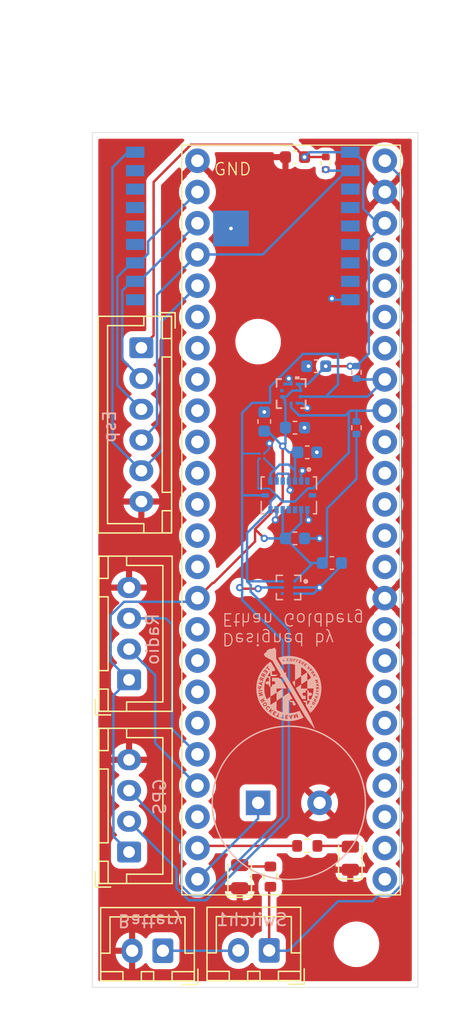
<source format=kicad_pcb>
(kicad_pcb (version 20241229) (generator "pcbnew") (generator_version "9.0")
  (layers (0 "F.Cu" signal) (2 "B.Cu" signal) (13 "F.Paste" user) (15 "B.Paste" user) (5 "F.SilkS" user "F.Silkscreen") (7 "B.SilkS" user "B.Silkscreen") (1 "F.Mask" user) (3 "B.Mask" user) (25 "Edge.Cuts" user))
  (net 0 "")
  (net 1 "Net-(BZ1-+)")
  (net 2 "GND")
  (net 3 "+3.3V")
  (net 4 "Net-(D1-A)")
  (net 5 "Net-(D2-A)")
  (net 6 "/RX2")
  (net 7 "/<NO NET>")
  (net 8 "Net-(J2-Pin_2)")
  (net 9 "SDA")
  (net 10 "SCL")
  (net 11 "/EN")
  (net 12 "/IO0")
  (net 13 "/TX1")
  (net 14 "/RX1")
  (net 66 "Net-(J2-Pin_1)")
  (net 67 "Net-(R4-Pad2)")
  (footprint "Connector_JST:JST_XH_B6B-XH-A_1x06_P2.50mm_Vertical" (layer "F.Cu") (at 84.5 52.5 -90)
    (property "Reference" "J5" (hide yes))
    (property "Value" "Conn_01x06" (hide yes))
    (pad "1" thru_hole roundrect (at 0 0 270) (size 1.7 1.95) (drill 0.95) (layers "*.Cu" "*.Mask") (roundrect_rratio 0.147059) (net 3 "+3.3V"))
    (pad "2" thru_hole oval (at 2.5 0 270) (size 1.7 1.95) (drill 0.95) (layers "*.Cu" "*.Mask") (net 13 "/TX1"))
    (pad "3" thru_hole oval (at 5 0 270) (size 1.7 1.95) (drill 0.95) (layers "*.Cu" "*.Mask") (net 14 "/RX1"))
    (pad "4" thru_hole oval (at 7.5 0 270) (size 1.7 1.95) (drill 0.95) (layers "*.Cu" "*.Mask") (net 11 "/EN"))
    (pad "5" thru_hole oval (at 10 0 270) (size 1.7 1.95) (drill 0.95) (layers "*.Cu" "*.Mask") (net 12 "/IO0"))
    (pad "6" thru_hole oval (at 12.5 0 270) (size 1.7 1.95) (drill 0.95) (layers "*.Cu" "*.Mask") (net 2 "GND"))
  )
  (footprint "MountingHole:MountingHole_3.2mm_M3" (layer "F.Cu") (at 102 101)
    (property "Reference" "H2" (hide yes))
    (property "Value" "MountingHole" (hide yes))
    (pad "" np_thru_hole circle (at 0 0) (size 3.2 3.2) (drill 3.2) (layers "*.Cu" "*.Mask"))
  )
  (footprint "Resistor_SMD:R_0603_1608Metric" (layer "F.Cu") (at 95 95.5 -90)
    (property "Reference" "R5" (hide yes))
    (property "Value" "560" (hide yes))
    (pad "1" smd roundrect (at -0.825 0 270) (size 0.8 0.95) (layers "F.Cu" "F.Mask" "F.Paste") (net 4 "Net-(D1-A)"))
    (pad "2" smd roundrect (at 0.825 0 270) (size 0.8 0.95) (layers "F.Cu" "F.Mask" "F.Paste") (net 66 "Net-(J2-Pin_1)"))
  )
  (footprint "MountingHole:MountingHole_3.2mm_M3" (layer "F.Cu") (at 94 52)
    (property "Reference" "H1" (hide yes))
    (property "Value" "MountingHole" (hide yes))
    (pad "" np_thru_hole circle (at 0 0) (size 3.2 3.2) (drill 3.2) (layers "*.Cu" "*.Mask"))
  )
  (footprint "Connector_JST:JST_XH_B2B-XH-A_1x02_P2.50mm_Vertical" (layer "F.Cu") (at 94.9 101.5 180)
    (property "Reference" "J2" (hide yes))
    (property "Value" "Switch1" (at 1.4 2.5 0) (layer "B.SilkS") (effects (justify mirror)))
    (pad "1" thru_hole roundrect (at 0 0 180) (size 1.7 2) (drill 1) (layers "*.Cu" "*.Mask") (roundrect_rratio 0.147059) (net 66 "Net-(J2-Pin_1)"))
    (pad "2" thru_hole oval (at 2.5 0 180) (size 1.7 2) (drill 1) (layers "*.Cu" "*.Mask") (net 8 "Net-(J2-Pin_2)"))
  )
  (footprint "Connector_JST:JST_XH_B2B-XH-A_1x02_P2.50mm_Vertical" (layer "F.Cu") (at 86.25 101.525 180)
    (property "Reference" "J4" (hide yes))
    (property "Value" "Battery1" (hide yes))
    (pad "1" thru_hole roundrect (at 0 0 180) (size 1.7 2) (drill 1) (layers "*.Cu" "*.Mask") (roundrect_rratio 0.147059) (net 8 "Net-(J2-Pin_2)"))
    (pad "2" thru_hole oval (at 2.5 0 180) (size 1.7 2) (drill 1) (layers "*.Cu" "*.Mask") (net 2 "GND"))
  )
  (footprint "LED_SMD:LED_0805_2012Metric" (layer "F.Cu") (at 92.5 95.5 90)
    (property "Reference" "D1" (hide yes))
    (property "Value" "LED" (hide yes))
    (pad "1" smd roundrect (at -0.9375 0 90) (size 0.975 1.4) (layers "F.Cu" "F.Mask" "F.Paste") (net 2 "GND"))
    (pad "2" smd roundrect (at 0.9375 0 90) (size 0.975 1.4) (layers "F.Cu" "F.Mask" "F.Paste") (net 4 "Net-(D1-A)"))
  )
  (footprint "Connector_JST:JST_XH_B4B-XH-A_1x04_P2.50mm_Vertical" (layer "F.Cu") (at 83.5 93.5 90)
    (property "Reference" "J3" (hide yes))
    (property "Value" "GPS" (at 4.5 2.5 270) (layer "B.SilkS") (effects (justify mirror)))
    (pad "1" thru_hole roundrect (at 0 0 90) (size 1.7 1.95) (drill 0.95) (layers "*.Cu" "*.Mask") (roundrect_rratio 0.147059) (net 3 "+3.3V"))
    (pad "2" thru_hole oval (at 2.5 0 90) (size 1.7 1.95) (drill 0.95) (layers "*.Cu" "*.Mask") (net 9 "SDA"))
    (pad "3" thru_hole oval (at 5 0 90) (size 1.7 1.95) (drill 0.95) (layers "*.Cu" "*.Mask") (net 10 "SCL"))
    (pad "4" thru_hole oval (at 7.5 0 90) (size 1.7 1.95) (drill 0.95) (layers "*.Cu" "*.Mask") (net 2 "GND"))
  )
  (footprint "Resistor_SMD:R_0402_1005Metric" (layer "F.Cu") (at 99.5 37.5 90)
    (property "Reference" "R3" (hide yes))
    (property "Value" "5.1K" (hide yes))
    (pad "1" smd roundrect (at -0.51 0 90) (size 0.54 0.64) (layers "F.Cu" "F.Mask" "F.Paste") (net 11 "/EN"))
    (pad "2" smd roundrect (at 0.51 0 90) (size 0.54 0.64) (layers "F.Cu" "F.Mask" "F.Paste") (net 3 "+3.3V"))
  )
  (footprint "Capacitor_SMD:C_0603_1608Metric" (layer "F.Cu") (at 97 37)
    (property "Reference" "C1" (hide yes))
    (property "Value" "100nf" (hide yes))
    (pad "1" smd roundrect (at -0.775 0) (size 0.9 0.95) (layers "F.Cu" "F.Mask" "F.Paste") (net 2 "GND"))
    (pad "2" smd roundrect (at 0.775 0) (size 0.9 0.95) (layers "F.Cu" "F.Mask" "F.Paste") (net 3 "+3.3V"))
  )
  (footprint "LED_SMD:LED_0805_2012Metric" (layer "F.Cu") (at 101.5 94 90)
    (property "Reference" "D2" (hide yes))
    (property "Value" "LED" (hide yes))
    (pad "1" smd roundrect (at -0.9375 0 90) (size 0.975 1.4) (layers "F.Cu" "F.Mask" "F.Paste") (net 2 "GND"))
    (pad "2" smd roundrect (at 0.9375 0 90) (size 0.975 1.4) (layers "F.Cu" "F.Mask" "F.Paste") (net 5 "Net-(D2-A)"))
  )
  (footprint "Resistor_SMD:R_0603_1608Metric" (layer "F.Cu") (at 98 93 180)
    (property "Reference" "R4" (hide yes))
    (property "Value" "560" (hide yes))
    (pad "1" smd roundrect (at -0.825 0 180) (size 0.8 0.95) (layers "F.Cu" "F.Mask" "F.Paste") (net 5 "Net-(D2-A)"))
    (pad "2" smd roundrect (at 0.825 0 180) (size 0.8 0.95) (layers "F.Cu" "F.Mask" "F.Paste") (net 67 "Net-(R4-Pad2)"))
  )
  (footprint "footprint:teensy" (layer "F.Cu") (at 96.685 66.505)
    (property "Reference" "Teensy4.1" (hide yes))
    (property "Value" "~" (hide yes))
    (fp_text user "GND" (at -6.35 -27.94 0) (layer "F.SilkS") (effects (font (thickness 0.1)) (justify left bottom)))
    (pad "0" thru_hole circle (at -7.62 -26.67) (size 2 2) (drill 1.02) (layers "*.Cu" "*.Mask") (net 14 "/RX1"))
    (pad "1" thru_hole circle (at -7.62 -24.13) (size 2 2) (drill 1.02) (layers "*.Cu" "*.Mask") (net 13 "/TX1"))
    (pad "2" thru_hole circle (at -7.62 -21.59) (size 2 2) (drill 1.02) (layers "*.Cu" "*.Mask") (net 11 "/EN"))
    (pad "3" thru_hole circle (at -7.62 -19.05) (size 2 2) (drill 1.02) (layers "*.Cu" "*.Mask") (net 12 "/IO0"))
    (pad "3V" thru_hole circle (at -7.62 6.35) (size 2 2) (drill 1.02) (layers "*.Cu" "*.Mask") (net 3 "+3.3V"))
    (pad "3V1" thru_hole circle (at 7.62 -24.13) (size 2 2) (drill 1.02) (layers "*.Cu" "*.Mask") (net 3 "+3.3V"))
    (pad "4" thru_hole circle (at -7.62 -16.51) (size 2 2) (drill 1.02) (layers "*.Cu" "*.Mask"))
    (pad "5" thru_hole circle (at -7.62 -13.97) (size 2 2) (drill 1.02) (layers "*.Cu" "*.Mask"))
    (pad "5V" thru_hole circle (at 7.62 -29.21) (size 2 2) (drill 1.02) (layers "*.Cu" "*.Mask") (net 66 "Net-(J2-Pin_1)"))
    (pad "6" thru_hole circle (at -7.62 -11.43) (size 2 2) (drill 1.02) (layers "*.Cu" "*.Mask"))
    (pad "7" thru_hole circle (at -7.62 -8.89) (size 2 2) (drill 1.02) (layers "*.Cu" "*.Mask"))
    (pad "8" thru_hole circle (at -7.62 -6.35) (size 2 2) (drill 1.02) (layers "*.Cu" "*.Mask"))
    (pad "9" thru_hole circle (at -7.62 -3.81) (size 2 2) (drill 1.02) (layers "*.Cu" "*.Mask"))
    (pad "10" thru_hole circle (at -7.62 -1.27) (size 2 2) (drill 1.02) (layers "*.Cu" "*.Mask"))
    (pad "11" thru_hole circle (at -7.62 1.27) (size 2 2) (drill 1.02) (layers "*.Cu" "*.Mask"))
    (pad "12" thru_hole circle (at -7.62 3.81) (size 2 2) (drill 1.02) (layers "*.Cu" "*.Mask"))
    (pad "13" thru_hole circle (at 7.62 3.81) (size 2 2) (drill 1.02) (layers "*.Cu" "*.Mask"))
    (pad "14" thru_hole circle (at 7.62 1.27) (size 2 2) (drill 1.02) (layers "*.Cu" "*.Mask"))
    (pad "15" thru_hole circle (at 7.62 -1.27) (size 2 2) (drill 1.02) (layers "*.Cu" "*.Mask"))
    (pad "16" thru_hole circle (at 7.62 -3.81) (size 2 2) (drill 1.02) (layers "*.Cu" "*.Mask"))
    (pad "17" thru_hole circle (at 7.62 -6.35) (size 2 2) (drill 1.02) (layers "*.Cu" "*.Mask"))
    (pad "18" thru_hole circle (at 7.62 -8.89) (size 2 2) (drill 1.02) (layers "*.Cu" "*.Mask") (net 9 "SDA"))
    (pad "19" thru_hole circle (at 7.62 -11.43) (size 2 2) (drill 1.02) (layers "*.Cu" "*.Mask") (net 10 "SCL"))
    (pad "20" thru_hole circle (at 7.62 -13.97) (size 2 2) (drill 1.02) (layers "*.Cu" "*.Mask"))
    (pad "21" thru_hole circle (at 7.62 -16.51) (size 2 2) (drill 1.02) (layers "*.Cu" "*.Mask"))
    (pad "22" thru_hole circle (at 7.62 -19.05) (size 2 2) (drill 1.02) (layers "*.Cu" "*.Mask"))
    (pad "23" thru_hole circle (at 7.62 -21.59) (size 2 2) (drill 1.02) (layers "*.Cu" "*.Mask"))
    (pad "24" thru_hole circle (at -7.62 8.89) (size 2 2) (drill 1.02) (layers "*.Cu" "*.Mask"))
    (pad "25" thru_hole circle (at -7.62 11.43) (size 2 2) (drill 1.02) (layers "*.Cu" "*.Mask"))
    (pad "26" thru_hole circle (at -7.62 13.97) (size 2 2) (drill 1.02) (layers "*.Cu" "*.Mask"))
    (pad "27" thru_hole circle (at -7.62 16.51) (size 2 2) (drill 1.02) (layers "*.Cu" "*.Mask"))
    (pad "28" thru_hole circle (at -7.62 19.05) (size 2 2) (drill 1.02) (layers "*.Cu" "*.Mask") (net 6 "/RX2"))
    (pad "29" thru_hole circle (at -7.62 21.59) (size 2 2) (drill 1.02) (layers "*.Cu" "*.Mask") (net 7 "/<NO NET>"))
    (pad "30" thru_hole circle (at -7.62 24.13) (size 2 2) (drill 1.02) (layers "*.Cu" "*.Mask"))
    (pad "31" thru_hole circle (at -7.62 26.67) (size 2 2) (drill 1.02) (layers "*.Cu" "*.Mask") (net 67 "Net-(R4-Pad2)"))
    (pad "32" thru_hole circle (at -7.62 29.21) (size 2 2) (drill 1.02) (layers "*.Cu" "*.Mask") (net 1 "Net-(BZ1-+)"))
    (pad "33" thru_hole circle (at 7.62 29.21) (size 2 2) (drill 1.02) (layers "*.Cu" "*.Mask"))
    (pad "34" thru_hole circle (at 7.62 26.67) (size 2 2) (drill 1.02) (layers "*.Cu" "*.Mask"))
    (pad "35" thru_hole circle (at 7.62 24.13) (size 2 2) (drill 1.02) (layers "*.Cu" "*.Mask"))
    (pad "36" thru_hole circle (at 7.62 21.59) (size 2 2) (drill 1.02) (layers "*.Cu" "*.Mask"))
    (pad "37" thru_hole circle (at 7.62 19.05) (size 2 2) (drill 1.02) (layers "*.Cu" "*.Mask"))
    (pad "38" thru_hole circle (at 7.62 16.51) (size 2 2) (drill 1.02) (layers "*.Cu" "*.Mask"))
    (pad "39" thru_hole circle (at 7.62 13.97) (size 2 2) (drill 1.02) (layers "*.Cu" "*.Mask"))
    (pad "40" thru_hole circle (at 7.62 11.43) (size 2 2) (drill 1.02) (layers "*.Cu" "*.Mask"))
    (pad "41" thru_hole circle (at 7.62 8.89) (size 2 2) (drill 1.02) (layers "*.Cu" "*.Mask"))
    (pad "G" thru_hole circle (at -7.62 -29.21) (size 2 2) (drill 1.02) (layers "*.Cu" "*.Mask") (net 2 "GND"))
    (pad "G1" thru_hole circle (at 7.62 -26.67) (size 2 2) (drill 1.02) (layers "*.Cu" "*.Mask") (net 2 "GND"))
    (pad "G2" thru_hole circle (at 7.62 6.35) (size 2 2) (drill 1.02) (layers "*.Cu" "*.Mask") (net 2 "GND"))
  )
  (footprint "Connector_JST:JST_XH_B4B-XH-A_1x04_P2.50mm_Vertical" (layer "F.Cu") (at 83.5 79.5 90)
    (property "Reference" "J1" (hide yes))
    (property "Value" "Radio" (hide yes))
    (pad "1" thru_hole roundrect (at 0 0 90) (size 1.7 1.95) (drill 0.95) (layers "*.Cu" "*.Mask") (roundrect_rratio 0.147059) (net 3 "+3.3V"))
    (pad "2" thru_hole oval (at 2.5 0 90) (size 1.7 1.95) (drill 0.95) (layers "*.Cu" "*.Mask") (net 7 "/<NO NET>"))
    (pad "3" thru_hole oval (at 5 0 90) (size 1.7 1.95) (drill 0.95) (layers "*.Cu" "*.Mask") (net 6 "/RX2"))
    (pad "4" thru_hole oval (at 7.5 0 90) (size 1.7 1.95) (drill 0.95) (layers "*.Cu" "*.Mask") (net 2 "GND"))
  )
  (footprint "RF_Module:ESP32-C3-WROOM-02" (layer "B.Cu") (at 92.75 42.6 180)
    (property "Reference" "U4" (hide yes))
    (property "Value" "ESP32-C3-WROOM-02" (hide yes))
    (pad "1" smd rect (at -8.75 6 180) (size 1.5 0.9) (layers "B.Cu" "B.Mask" "B.Paste") (net 3 "+3.3V"))
    (pad "2" smd rect (at -8.75 4.5 180) (size 1.5 0.9) (layers "B.Cu" "B.Mask" "B.Paste") (net 11 "/EN"))
    (pad "3" smd rect (at -8.75 3 180) (size 1.5 0.9) (layers "B.Cu" "B.Mask" "B.Paste"))
    (pad "4" smd rect (at -8.75 1.5 180) (size 1.5 0.9) (layers "B.Cu" "B.Mask" "B.Paste"))
    (pad "5" smd rect (at -8.75 0 180) (size 1.5 0.9) (layers "B.Cu" "B.Mask" "B.Paste"))
    (pad "6" smd rect (at -8.75 -1.5 180) (size 1.5 0.9) (layers "B.Cu" "B.Mask" "B.Paste"))
    (pad "7" smd rect (at -8.75 -3 180) (size 1.5 0.9) (layers "B.Cu" "B.Mask" "B.Paste"))
    (pad "8" smd rect (at -8.75 -4.5 180) (size 1.5 0.9) (layers "B.Cu" "B.Mask" "B.Paste"))
    (pad "9" smd rect (at -8.75 -6 180) (size 1.5 0.9) (layers "B.Cu" "B.Mask" "B.Paste") (net 2 "GND"))
    (pad "10" smd rect (at 8.75 -6 180) (size 1.5 0.9) (layers "B.Cu" "B.Mask" "B.Paste"))
    (pad "11" smd rect (at 8.75 -4.5 180) (size 1.5 0.9) (layers "B.Cu" "B.Mask" "B.Paste") (net 13 "/TX1"))
    (pad "12" smd rect (at 8.75 -3 180) (size 1.5 0.9) (layers "B.Cu" "B.Mask" "B.Paste") (net 14 "/RX1"))
    (pad "13" smd rect (at 8.75 -1.5 180) (size 1.5 0.9) (layers "B.Cu" "B.Mask" "B.Paste"))
    (pad "14" smd rect (at 8.75 0 180) (size 1.5 0.9) (layers "B.Cu" "B.Mask" "B.Paste"))
    (pad "15" smd rect (at 8.75 1.5 180) (size 1.5 0.9) (layers "B.Cu" "B.Mask" "B.Paste"))
    (pad "16" smd rect (at 8.75 3 180) (size 1.5 0.9) (layers "B.Cu" "B.Mask" "B.Paste"))
    (pad "17" smd rect (at 8.75 4.5 180) (size 1.5 0.9) (layers "B.Cu" "B.Mask" "B.Paste"))
    (pad "18" smd rect (at 8.75 6 180) (size 1.5 0.9) (layers "B.Cu" "B.Mask" "B.Paste") (net 12 "/IO0"))
    (pad "19" smd rect (at 0.96 -0.2 180) (size 2.9 2.9) (property pad_prop_heatsink) (layers "B.Cu" "B.Mask") (net 2 "GND"))
    (zone (net 0) (net_name "") (layers "F.Cu" "B.Cu") (connect_pads (clearance 0)) (min_thickness 0.254)
      (keepout (tracks not_allowed) (vias not_allowed) (pads not_allowed) (copperpour not_allowed) (footprints not_allowed))
      (fill (thermal_gap 0.508) (thermal_bridge_width 0.508))
      (polygon (pts (xy 106.75 35.5) (xy 78.75 35.5) (xy 78.75 24.5) (xy 106.75 24.5)))
    )
  )
  (footprint "Ethan parts:PQFN50P450X300X100-16N" (layer "B.Cu") (at 96.5 64.5 180)
    (property "Reference" "U5" (hide yes))
    (property "Value" "BMI088" (hide yes))
    (pad "1" smd rect (at -1.5 1.165 180) (size 0.35 0.59) (layers "B.Cu" "B.Mask" "B.Paste"))
    (pad "2" smd rect (at -1 1.165 180) (size 0.35 0.59) (layers "B.Cu" "B.Mask" "B.Paste") (net 2 "GND"))
    (pad "3" smd rect (at -0.5 1.165 180) (size 0.35 0.59) (layers "B.Cu" "B.Mask" "B.Paste") (net 3 "+3.3V"))
    (pad "4" smd rect (at 0 1.165 180) (size 0.35 0.59) (layers "B.Cu" "B.Mask" "B.Paste") (net 2 "GND"))
    (pad "5" smd rect (at 0.5 1.165 180) (size 0.35 0.59) (layers "B.Cu" "B.Mask" "B.Paste"))
    (pad "6" smd rect (at 1 1.165 180) (size 0.35 0.59) (layers "B.Cu" "B.Mask" "B.Paste") (net 2 "GND"))
    (pad "7" smd rect (at 1.5 1.165 180) (size 0.35 0.59) (layers "B.Cu" "B.Mask" "B.Paste") (net 3 "+3.3V"))
    (pad "8" smd rect (at 1.915 0 180) (size 0.59 0.35) (layers "B.Cu" "B.Mask" "B.Paste") (net 10 "SCL"))
    (pad "9" smd rect (at 1.5 -1.165 180) (size 0.35 0.59) (layers "B.Cu" "B.Mask" "B.Paste") (net 9 "SDA"))
    (pad "10" smd rect (at 1 -1.165 180) (size 0.35 0.59) (layers "B.Cu" "B.Mask" "B.Paste") (net 2 "GND"))
    (pad "11" smd rect (at 0.5 -1.165 180) (size 0.35 0.59) (layers "B.Cu" "B.Mask" "B.Paste") (net 3 "+3.3V"))
    (pad "12" smd rect (at 0 -1.165 180) (size 0.35 0.59) (layers "B.Cu" "B.Mask" "B.Paste"))
    (pad "13" smd rect (at -0.5 -1.165 180) (size 0.35 0.59) (layers "B.Cu" "B.Mask" "B.Paste"))
    (pad "14" smd rect (at -1 -1.165 180) (size 0.35 0.59) (layers "B.Cu" "B.Mask" "B.Paste") (net 3 "+3.3V"))
    (pad "15" smd rect (at -1.5 -1.165 180) (size 0.35 0.59) (layers "B.Cu" "B.Mask" "B.Paste") (net 2 "GND"))
    (pad "16" smd rect (at -1.915 0 180) (size 0.59 0.35) (layers "B.Cu" "B.Mask" "B.Paste"))
  )
  (footprint "Capacitor_SMD:C_0603_1608Metric" (layer "B.Cu") (at 94.5 58.5 90)
    (property "Reference" "C6" (hide yes))
    (property "Value" "100nf" (hide yes))
    (pad "1" smd roundrect (at -0.775 0 90) (size 0.9 0.95) (layers "B.Cu" "B.Mask" "B.Paste") (net 3 "+3.3V"))
    (pad "2" smd roundrect (at 0.775 0 90) (size 0.9 0.95) (layers "B.Cu" "B.Mask" "B.Paste") (net 2 "GND"))
  )
  (footprint "Capacitor_SMD:C_0603_1608Metric" (layer "B.Cu") (at 100 70 180)
    (property "Reference" "C7" (hide yes))
    (property "Value" "100nf" (hide yes))
    (pad "1" smd roundrect (at -0.775 0 180) (size 0.9 0.95) (layers "B.Cu" "B.Mask" "B.Paste") (net 2 "GND"))
    (pad "2" smd roundrect (at 0.775 0 180) (size 0.9 0.95) (layers "B.Cu" "B.Mask" "B.Paste") (net 3 "+3.3V"))
  )
  (footprint "Resistor_SMD:R_0402_1005Metric" (layer "B.Cu") (at 102 54.5 90)
    (property "Reference" "R1" (hide yes))
    (property "Value" "5.1K" (hide yes))
    (pad "1" smd roundrect (at -0.51 0 90) (size 0.54 0.64) (layers "B.Cu" "B.Mask" "B.Paste") (net 10 "SCL"))
    (pad "2" smd roundrect (at 0.51 0 90) (size 0.54 0.64) (layers "B.Cu" "B.Mask" "B.Paste") (net 3 "+3.3V"))
  )
  (footprint "Ethan parts:QFN10_BMP581_BOS" (layer "B.Cu") (at 96.685 56.226999 180)
    (property "Reference" "U2" (hide yes))
    (property "Value" "BMP581" (hide yes))
    (pad "1" smd rect (at -0.760301 0.25 90) (size 0.254 0.2794) (layers "B.Cu" "B.Mask" "B.Paste") (net 3 "+3.3V"))
    (pad "2" smd rect (at -0.760301 -0.25 90) (size 0.254 0.2794) (layers "B.Cu" "B.Mask" "B.Paste") (net 10 "SCL"))
    (pad "3" smd rect (at -0.499999 -0.773001 180) (size 0.254 0.254) (layers "B.Cu" "B.Mask" "B.Paste") (net 2 "GND"))
    (pad "4" smd rect (at 0 -0.773001 180) (size 0.254 0.254) (layers "B.Cu" "B.Mask" "B.Paste") (net 9 "SDA"))
    (pad "5" smd rect (at 0.499999 -0.773001 180) (size 0.254 0.254) (layers "B.Cu" "B.Mask" "B.Paste") (net 3 "+3.3V"))
    (pad "6" smd rect (at 0.760301 -0.25 90) (size 0.254 0.2794) (layers "B.Cu" "B.Mask" "B.Paste") (net 3 "+3.3V"))
    (pad "7" smd rect (at 0.760301 0.25 90) (size 0.254 0.2794) (layers "B.Cu" "B.Mask" "B.Paste"))
    (pad "8" smd rect (at 0.499999 0.773001 180) (size 0.254 0.254) (layers "B.Cu" "B.Mask" "B.Paste") (net 2 "GND"))
    (pad "9" smd rect (at 0 0.773001 180) (size 0.254 0.254) (layers "B.Cu" "B.Mask" "B.Paste") (net 2 "GND"))
    (pad "10" smd rect (at -0.499999 0.773001 180) (size 0.254 0.254) (layers "B.Cu" "B.Mask" "B.Paste") (net 3 "+3.3V"))
  )
  (footprint "Capacitor_SMD:C_0603_1608Metric" (layer "B.Cu") (at 97 59)
    (property "Reference" "C4" (hide yes))
    (property "Value" "100nf" (hide yes))
    (pad "1" smd roundrect (at -0.775 0) (size 0.9 0.95) (layers "B.Cu" "B.Mask" "B.Paste") (net 3 "+3.3V"))
    (pad "2" smd roundrect (at 0.775 0) (size 0.9 0.95) (layers "B.Cu" "B.Mask" "B.Paste") (net 2 "GND"))
  )
  (footprint "kicad_symbols:TRT_Logo" (layer "B.Cu") (at 96.5 80.5)
    (property "Reference" "G***" (hide yes))
    (property "Value" "LOGO" (hide yes))
  )
  (footprint "Capacitor_SMD:C_0603_1608Metric" (layer "B.Cu") (at 97 68 180)
    (property "Reference" "C3" (hide yes))
    (property "Value" "100nf" (hide yes))
    (pad "1" smd roundrect (at -0.775 0 180) (size 0.9 0.95) (layers "B.Cu" "B.Mask" "B.Paste") (net 2 "GND"))
    (pad "2" smd roundrect (at 0.775 0 180) (size 0.9 0.95) (layers "B.Cu" "B.Mask" "B.Paste") (net 3 "+3.3V"))
  )
  (footprint "Ethan parts:BGA6C100X50P2X3_HDC2010YPAR" (layer "B.Cu") (at 96.475 71.99 180)
    (property "Reference" "U1" (hide yes))
    (property "Value" "HDC2010YPAR" (hide yes))
    (pad "A1" smd circle (at -0.5 0.5 180) (size 0.26 0.26) (layers "B.Cu" "B.Mask" "B.Paste") (net 3 "+3.3V"))
    (pad "A2" smd circle (at 0.5 0.5 180) (size 0.26 0.26) (layers "B.Cu" "B.Mask" "B.Paste") (net 9 "SDA"))
    (pad "B1" smd circle (at -0.5 0 180) (size 0.26 0.26) (layers "B.Cu" "B.Mask" "B.Paste") (net 2 "GND"))
    (pad "B2" smd circle (at 0.5 0 180) (size 0.26 0.26) (layers "B.Cu" "B.Mask" "B.Paste") (net 10 "SCL"))
    (pad "C1" smd circle (at -0.5 -0.5 180) (size 0.26 0.26) (layers "B.Cu" "B.Mask" "B.Paste") (net 2 "GND"))
    (pad "C2" smd circle (at 0.5 -0.5 180) (size 0.26 0.26) (layers "B.Cu" "B.Mask" "B.Paste"))
  )
  (footprint "Buzzer_Beeper:Buzzer_TDK_PS1240P02BT_D12.2mm_H6.5mm" (layer "B.Cu") (at 94 89.5)
    (property "Reference" "BZ1" (hide yes))
    (property "Value" "Buzzer" (hide yes))
    (pad "1" thru_hole rect (at 0 0) (size 2 2) (drill 1) (layers "*.Cu" "*.Mask") (net 1 "Net-(BZ1-+)"))
    (pad "2" thru_hole circle (at 5 0) (size 2 2) (drill 1) (layers "*.Cu" "*.Mask") (net 2 "GND"))
  )
  (footprint "Capacitor_SMD:C_0603_1608Metric" (layer "B.Cu") (at 98 61)
    (property "Reference" "C5" (hide yes))
    (property "Value" "100nf" (hide yes))
    (pad "1" smd roundrect (at -0.775 0) (size 0.9 0.95) (layers "B.Cu" "B.Mask" "B.Paste") (net 3 "+3.3V"))
    (pad "2" smd roundrect (at 0.775 0) (size 0.9 0.95) (layers "B.Cu" "B.Mask" "B.Paste") (net 2 "GND"))
  )
  (footprint "Resistor_SMD:R_0402_1005Metric" (layer "B.Cu") (at 102 59 -90)
    (property "Reference" "R2" (hide yes))
    (property "Value" "5.1K" (hide yes))
    (pad "1" smd roundrect (at -0.51 0 270) (size 0.54 0.64) (layers "B.Cu" "B.Mask" "B.Paste") (net 9 "SDA"))
    (pad "2" smd roundrect (at 0.51 0 270) (size 0.54 0.64) (layers "B.Cu" "B.Mask" "B.Paste") (net 3 "+3.3V"))
  )
  (footprint "Ethan parts:WLP4_0P82X0P82_MEM-M" (layer "B.Cu") (at 94.3 61.3 180)
    (property "Reference" "U3" (hide yes))
    (property "Value" "MMC5603NJ" (hide yes))
    (pad "A1" smd circle (at -0.2 0.2 180) (size 0.2032 0.2032) (layers "B.Cu" "B.Mask" "B.Paste") (net 2 "GND"))
    (pad "A2" smd circle (at 0.2 0.2 180) (size 0.2032 0.2032) (layers "B.Cu" "B.Mask" "B.Paste") (net 10 "SCL"))
    (pad "B1" smd circle (at -0.2 -0.2 180) (size 0.2032 0.2032) (layers "B.Cu" "B.Mask" "B.Paste") (net 3 "+3.3V"))
    (pad "B2" smd circle (at 0.2 -0.2 180) (size 0.2032 0.2032) (layers "B.Cu" "B.Mask" "B.Paste") (net 9 "SDA"))
  )
  (footprint "Capacitor_SMD:C_0603_1608Metric" (layer "B.Cu") (at 98.725 54)
    (property "Reference" "C2" (hide yes))
    (property "Value" "100nf" (hide yes))
    (pad "1" smd roundrect (at -0.775 0) (size 0.9 0.95) (layers "B.Cu" "B.Mask" "B.Paste") (net 2 "GND"))
    (pad "2" smd roundrect (at 0.775 0) (size 0.9 0.95) (layers "B.Cu" "B.Mask" "B.Paste") (net 3 "+3.3V"))
  )
  (gr_rect (start 80.5 35) (end 107 104.5) (stroke (width 0.05)) (fill no) (layer "Edge.Cuts"))
  (gr_text "Designed by \nEthan Goldberg" (at 91 74 180) (layer "B.SilkS") (effects (font (size 1 1) (thickness 0.1)) (justify left bottom mirror)))
  (gr_text "Radio" (at 86 74 90) (layer "B.SilkS") (effects (font (size 1 1)) (justify left bottom mirror)))
  (gr_text "Battery" (at 82.5 98.5 180) (layer "B.SilkS") (effects (font (size 1 1)) (justify left bottom mirror)))
  (gr_text "Esp" (at 82.5 57.5 90) (layer "B.SilkS") (effects (font (size 1 1)) (justify left bottom mirror)))
  (segment (start 94 90.78) (end 89.065 95.715) (width 0.2) (layer "B.Cu") (net 1))
  (segment (start 94 89.5) (end 94 90.78) (width 0.2) (layer "B.Cu") (net 1))
  (segment (start 99 68) (end 98.5 68) (width 0.2) (layer "F.Cu") (net 2))
  (via (at 97.775 59) (size 0.6) (drill 0.3) (layers "F.Cu" "B.Cu") (net 2))
  (via (at 94.927775 60.276305) (size 0.6) (drill 0.3) (layers "F.Cu" "B.Cu") (net 2))
  (via (at 91.79 42.8) (size 0.6) (drill 0.3) (layers "F.Cu" "B.Cu") (net 2))
  (via (at 98.1 66.5) (size 0.6) (drill 0.3) (layers "F.Cu" "B.Cu") (net 2))
  (via (at 96.6 64.076514) (size 0.6) (drill 0.3) (layers "F.Cu" "B.Cu") (net 2))
  (via (at 98 57.4) (size 0.6) (drill 0.3) (layers "F.Cu" "B.Cu") (net 2))
  (via (at 100 48.5) (size 0.6) (drill 0.3) (layers "F.Cu" "B.Cu") (net 2))
  (via (at 99 72) (size 0.6) (drill 0.3) (layers "F.Cu" "B.Cu") (net 2))
  (via (at 94.5 57.725) (size 0.6) (drill 0.3) (layers "F.Cu" "B.Cu") (net 2))
  (via (at 97.6 62.5) (size 0.6) (drill 0.3) (layers "F.Cu" "B.Cu") (net 2))
  (via (at 96.5 55) (size 0.6) (drill 0.3) (layers "F.Cu" "B.Cu") (net 2))
  (via (at 98.1 54) (size 0.6) (drill 0.3) (layers "F.Cu" "B.Cu") (net 2))
  (via (at 98.775 61) (size 0.6) (drill 0.3) (layers "F.Cu" "B.Cu") (net 2))
  (via (at 99 68) (size 0.6) (drill 0.3) (layers "F.Cu" "B.Cu") (net 2))
  (via (at 95.4 66.5) (size 0.6) (drill 0.3) (layers "F.Cu" "B.Cu") (net 2))
  (segment (start 98 57.4) (end 97.6 57) (width 0.2) (layer "B.Cu") (net 2))
  (segment (start 95.5 62.8301) (end 95.5911 62.739) (width 0.2) (layer "B.Cu") (net 2))
  (segment (start 100.775 70.225) (end 99 72) (width 0.2) (layer "B.Cu") (net 2))
  (segment (start 98.51 72.49) (end 99 72) (width 0.2) (layer "B.Cu") (net 2))
  (segment (start 96.5 63.335) (end 96.5 62.763) (width 0.2) (layer "B.Cu") (net 2))
  (segment (start 96.685 55.453998) (end 96.685 55.185) (width 0.2) (layer "B.Cu") (net 2))
  (segment (start 94.927775 60.672225) (end 94.5 61.1) (width 0.15) (layer "B.Cu") (net 2))
  (segment (start 97.5 62.6) (end 97.6 62.5) (width 0.2) (layer "B.Cu") (net 2))
  (segment (start 95.5 63.335) (end 95.5 62.8301) (width 0.2) (layer "B.Cu") (net 2))
  (segment (start 97.6 57) (end 97.184999 57) (width 0.2) (layer "B.Cu") (net 2))
  (segment (start 95.4 66.5) (end 95.5 66.4) (width 0.2) (layer "B.Cu") (net 2))
  (segment (start 96.975 72.49) (end 98.51 72.49) (width 0.2) (layer "B.Cu") (net 2))
  (segment (start 98.99 71.99) (end 99 72) (width 0.2) (layer "B.Cu") (net 2))
  (segment (start 96.5 62.763) (end 96.476 62.739) (width 0.2) (layer "B.Cu") (net 2))
  (segment (start 100.1 48.6) (end 100 48.5) (width 0.2) (layer "B.Cu") (net 2))
  (segment (start 95.5 66.4) (end 95.5 65.665) (width 0.2) (layer "B.Cu") (net 2))
  (segment (start 96.685 55.185) (end 96.5 55) (width 0.2) (layer "B.Cu") (net 2))
  (segment (start 94.927775 60.276305) (end 94.927775 60.672225) (width 0.15) (layer "B.Cu") (net 2))
  (segment (start 97.775 68) (end 97.775 67.725) (width 0.2) (layer "B.Cu") (net 2))
  (segment (start 96.685 55.453998) (end 96.185001 55.453998) (width 0.2) (layer "B.Cu") (net 2))
  (segment (start 97.5 63.335) (end 97.5 62.6) (width 0.2) (layer "B.Cu") (net 2))
  (segment (start 97.775 68) (end 99 68) (width 0.2) (layer "B.Cu") (net 2))
  (segment (start 98.1 66.5) (end 98 66.4) (width 0.2) (layer "B.Cu") (net 2))
  (segment (start 100.775 70) (end 100.775 70.225) (width 0.2) (layer "B.Cu") (net 2))
  (segment (start 96.5 63.976514) (end 96.6 64.076514) (width 0.2) (layer "B.Cu") (net 2))
  (segment (start 96.975 71.99) (end 98.99 71.99) (width 0.2) (layer "B.Cu") (net 2))
  (segment (start 96.476 62.739) (end 95.5911 62.739) (width 0.2) (layer "B.Cu") (net 2))
  (segment (start 98 66.4) (end 98 65.665) (width 0.2) (layer "B.Cu") (net 2))
  (segment (start 95.5 65.665) (end 95.476 65.641) (width 0.2) (layer "B.Cu") (net 2))
  (segment (start 101.5 48.6) (end 100.1 48.6) (width 0.2) (layer "B.Cu") (net 2))
  (segment (start 96.5 63.335) (end 96.5 63.976514) (width 0.2) (layer "B.Cu") (net 2))
  (segment (start 93.75 67.25) (end 93.75 68.25) (width 0.2) (layer "F.Cu") (net 3))
  (segment (start 97.775 37) (end 96.769 35.994) (width 0.2) (layer "F.Cu") (net 3))
  (segment (start 85.5 51.5) (end 84.5 52.5) (width 0.2) (layer "F.Cu") (net 3))
  (segment (start 96 60.5) (end 96 65) (width 0.2) (layer "F.Cu") (net 3))
  (segment (start 96.769 35.994) (end 88.526108 35.994) (width 0.2) (layer "F.Cu") (net 3))
  (segment (start 88.526108 35.994) (end 85.5 39.020108) (width 0.2) (layer "F.Cu") (net 3))
  (segment (start 90.384 71.616) (end 90.304 71.616) (width 0.2) (layer "F.Cu") (net 3))
  (segment (start 96 65) (end 93.75 67.25) (width 0.2) (layer "F.Cu") (net 3))
  (segment (start 99.5 54) (end 101.49 54) (width 0.2) (layer "F.Cu") (net 3))
  (segment (start 94.5 68) (end 93.75 67.25) (width 0.2) (layer "F.Cu") (net 3))
  (segment (start 93.75 68.25) (end 90.384 71.616) (width 0.2) (layer "F.Cu") (net 3))
  (segment (start 90.304 71.616) (end 89.065 72.855) (width 0.2) (layer "F.Cu") (net 3))
  (segment (start 85.5 39.020108) (end 85.5 51.5) (width 0.2) (layer "F.Cu") (net 3))
  (segment (start 97.785 36.99) (end 97.775 37) (width 0.2) (layer "F.Cu") (net 3))
  (segment (start 99.5 36.99) (end 97.785 36.99) (width 0.2) (layer "F.Cu") (net 3))
  (via (at 94.5 68) (size 0.6) (drill 0.3) (layers "F.Cu" "B.Cu") (net 3))
  (via (at 101.49 54) (size 0.6) (drill 0.3) (layers "F.Cu" "B.Cu") (net 3))
  (via (at 97.775 37) (size 0.6) (drill 0.3) (layers "F.Cu" "B.Cu") (net 3))
  (via (at 96 60.5) (size 0.6) (drill 0.3) (layers "F.Cu" "B.Cu") (net 3))
  (via (at 99.5 54) (size 0.6) (drill 0.3) (layers "F.Cu" "B.Cu") (net 3))
  (segment (start 102.551 37.351) (end 101.8 36.6) (width 0.2) (layer "B.Cu") (net 3))
  (segment (start 97.445301 55.7143) (end 97.184999 55.453998) (width 0.2) (layer "B.Cu") (net 3))
  (segment (start 83.5 78.75276) (end 83.5 79.5) (width 0.2) (layer "B.Cu") (net 3))
  (segment (start 95.763 62) (end 96.5 62) (width 0.2) (layer "B.Cu") (net 3))
  (segment (start 83.5 79.5) (end 82.224 80.776) (width 0.2) (layer "B.Cu") (net 3))
  (segment (start 101.8 36.6) (end 101.5 36.6) (width 0.2) (layer "B.Cu") (net 3))
  (segment (start 97.5 66.725) (end 97.5 65.665) (width 0.2) (layer "B.Cu") (net 3))
  (segment (start 96.5 62) (end 97 62.5) (width 0.2) (layer "B.Cu") (net 3))
  (segment (start 102 53.99) (end 103.004 52.986) (width 0.2) (layer "B.Cu") (net 3))
  (segment (start 98.465 70) (end 96.975 71.49) (width 0.2) (layer "B.Cu") (net 3))
  (segment (start 96.225 57.039999) (end 96.185001 57) (width 0.2) (layer "B.Cu") (net 3))
  (segment (start 98.225 70) (end 98.465 70) (width 0.2) (layer "B.Cu") (net 3))
  (segment (start 97.184999 55.453998) (end 98.046002 55.453998) (width 0.2) (layer "B.Cu") (net 3))
  (segment (start 94.5 61.5) (end 95.3815 62.3815) (width 0.15) (layer "B.Cu") (net 3))
  (segment (start 89.065 72.855) (end 88.769 73.151) (width 0.2) (layer "B.Cu") (net 3))
  (segment (start 97.445301 55.976999) (end 96.793399 55.976999) (width 0.2) (layer "B.Cu") (net 3))
  (segment (start 96.225 59) (end 96.225 57.039999) (width 0.2) (layer "B.Cu") (net 3))
  (segment (start 88.769 73.151) (end 83.09624 73.151) (width 0.2) (layer "B.Cu") (net 3))
  (segment (start 97 62.5) (end 97 61.225) (width 0.2) (layer "B.Cu") (net 3))
  (segment (start 102 63.167) (end 99.601 65.566) (width 0.2) (layer "B.Cu") (net 3))
  (segment (start 97 63.335) (end 97 62.5) (width 0.2) (layer "B.Cu") (net 3))
  (segment (start 101.5 36.6) (end 98.175 36.6) (width 0.2) (layer "B.Cu") (net 3))
  (segment (start 103.004 52.986) (end 103.004 52.5) (width 0.2) (layer "B.Cu") (net 3))
  (segment (start 82 74.24724) (end 82 78) (width 0.2) (layer "B.Cu") (net 3))
  (segment (start 95 62.763) (end 95.3815 62.3815) (width 0.2) (layer "B.Cu") (net 3))
  (segment (start 98.175 36.6) (end 97.775 37) (width 0.2) (layer "B.Cu") (net 3))
  (segment (start 96.225 68) (end 98.225 70) (width 0.2) (layer "B.Cu") (net 3))
  (segment (start 99.225 70) (end 98.465 70) (width 0.2) (layer "B.Cu") (net 3))
  (segment (start 95.3815 62.3815) (end 95.763 62) (width 0.2) (layer "B.Cu") (net 3))
  (segment (start 82.224 92.224) (end 83.5 93.5) (width 0.2) (layer "B.Cu") (net 3))
  (segment (start 98.046002 55.453998) (end 99.5 54) (width 0.2) (layer "B.Cu") (net 3))
  (segment (start 101.5 53.99) (end 102 53.99) (width 0.2) (layer "B.Cu") (net 3))
  (segment (start 94.775 59.275) (end 96 60.5) (width 0.2) (layer "B.Cu") (net 3))
  (segment (start 101.49 54) (end 101.5 53.99) (width 0.2) (layer "B.Cu") (net 3))
  (segment (start 104.305 42.375) (end 103.7379 42.375) (width 0.2) (layer "B.Cu") (net 3))
  (segment (start 96.293399 56.476999) (end 95.924699 56.476999) (width 0.2) (layer "B.Cu") (net 3))
  (segment (start 96 67.775) (end 96 65.665) (width 0.2) (layer "B.Cu") (net 3))
  (segment (start 103.7379 42.375) (end 102.551 41.1881) (width 0.2) (layer "B.Cu") (net 3))
  (segment (start 82.224 80.776) (end 82.224 92.224) (width 0.2) (layer "B.Cu") (net 3))
  (segment (start 99.601 69.624) (end 99.225 70) (width 0.2) (layer "B.Cu") (net 3))
  (segment (start 96.225 60.275) (end 96 60.5) (width 0.2) (layer "B.Cu") (net 3))
  (segment (start 97 61.225) (end 97.225 61) (width 0.2) (layer "B.Cu") (net 3))
  (segment (start 85.051 51.949) (end 84.5 52.5) (width 0.2) (layer "B.Cu") (net 3))
  (segment (start 95 63.335) (end 95 62.763) (width 0.2) (layer "B.Cu") (net 3))
  (segment (start 96.225 59) (end 96.225 60.275) (width 0.2) (layer "B.Cu") (net 3))
  (segment (start 89.065 72.855) (end 89.065 73.18776) (width 0.2) (layer "B.Cu") (net 3))
  (segment (start 82 78) (end 83.5 79.5) (width 0.2) (layer "B.Cu") (net 3))
  (segment (start 99.601 65.566) (end 99.601 69.624) (width 0.2) (layer "B.Cu") (net 3))
  (segment (start 96.225 68) (end 94.5 68) (width 0.2) (layer "B.Cu") (net 3))
  (segment (start 103.004 43.676) (end 104.305 42.375) (width 0.2) (layer "B.Cu") (net 3))
  (segment (start 103.004 52.5) (end 103.004 43.676) (width 0.2) (layer "B.Cu") (net 3))
  (segment (start 96.225 68) (end 96 67.775) (width 0.2) (layer "B.Cu") (net 3))
  (segment (start 96.793399 55.976999) (end 96.293399 56.476999) (width 0.2) (layer "B.Cu") (net 3))
  (segment (start 96.185001 56.737301) (end 95.924699 56.476999) (width 0.2) (layer "B.Cu") (net 3))
  (segment (start 102.551 41.1881) (end 102.551 37.351) (width 0.2) (layer "B.Cu") (net 3))
  (segment (start 96.225 68) (end 97.5 66.725) (width 0.2) (layer "B.Cu") (net 3))
  (segment (start 83.09624 73.151) (end 82 74.24724) (width 0.2) (layer "B.Cu") (net 3))
  (segment (start 96.185001 57) (end 96.185001 56.737301) (width 0.2) (layer "B.Cu") (net 3))
  (segment (start 97.445301 55.976999) (end 97.445301 55.7143) (width 0.2) (layer "B.Cu") (net 3))
  (segment (start 96.5 61) (end 96 60.5) (width 0.2) (layer "B.Cu") (net 3))
  (segment (start 102 59.51) (end 102 63.167) (width 0.2) (layer "B.Cu") (net 3))
  (segment (start 94.5 59.275) (end 94.775 59.275) (width 0.2) (layer "B.Cu") (net 3))
  (segment (start 97.225 61) (end 96.5 61) (width 0.2) (layer "B.Cu") (net 3))
  (segment (start 92.6125 94.675) (end 92.5 94.5625) (width 0.2) (layer "F.Cu") (net 4))
  (segment (start 95 94.675) (end 92.6125 94.675) (width 0.2) (layer "F.Cu") (net 4))
  (segment (start 101.4375 93) (end 101.5 93.0625) (width 0.2) (layer "F.Cu") (net 5))
  (segment (start 98.825 93) (end 101.4375 93) (width 0.2) (layer "F.Cu") (net 5))
  (segment (start 87 75) (end 86.5 74.5) (width 0.2) (layer "B.Cu") (net 6))
  (segment (start 86.5 74.5) (end 83.5 74.5) (width 0.2) (layer "B.Cu") (net 6))
  (segment (start 87 83.49) (end 87 75) (width 0.2) (layer "B.Cu") (net 6))
  (segment (start 89.065 85.555) (end 87 83.49) (width 0.2) (layer "B.Cu") (net 6))
  (segment (start 85.625 84.655) (end 89.065 88.095) (width 0.2) (layer "B.Cu") (net 7))
  (segment (start 85.625 79.125) (end 85.625 84.655) (width 0.2) (layer "B.Cu") (net 7))
  (segment (start 83.5 77) (end 85.625 79.125) (width 0.2) (layer "B.Cu") (net 7))
  (segment (start 86.275 101.5) (end 86.25 101.525) (width 0.2) (layer "F.Cu") (net 8))
  (segment (start 92.75 101.525) (end 86.25 101.525) (width 0.2) (layer "B.Cu") (net 8))
  (segment (start 86.275 101.5) (end 86.25 101.525) (width 0.2) (layer "B.Cu") (net 8))
  (segment (start 104.42 57.5) (end 104.305 57.615) (width 0.2) (layer "F.Cu") (net 9))
  (segment (start 102 58.49) (end 102 57.615) (width 0.2) (layer "B.Cu") (net 9))
  (segment (start 93.1 71.5) (end 93.1 67.565) (width 0.2) (layer "B.Cu") (net 9))
  (segment (start 96 65) (end 97 65) (width 0.2) (layer "B.Cu") (net 9))
  (segment (start 97 65) (end 98.069 63.931) (width 0.2) (layer "B.Cu") (net 9))
  (segment (start 93.399 71.841057) (end 93.420028 71.820028) (width 0.2) (layer "B.Cu") (net 9))
  (segment (start 101.379 61.028) (end 101.379 57.736) (width 0.2) (layer "B.Cu") (net 9))
  (segment (start 97.328999 58) (end 96.685 57.356001) (width 0.2) (layer "B.Cu") (net 9))
  (segment (start 104.305 57.615) (end 102 57.615) (width 0.2) (layer "B.Cu") (net 9))
  (segment (start 89.769992 97.417) (end 96.5 90.686992) (width 0.2) (layer "B.Cu") (net 9))
  (segment (start 98.069 63.931) (end 98.476 63.931) (width 0.2) (layer "B.Cu") (net 9))
  (segment (start 83.5 91) (end 87.363 94.863) (width 0.2) (layer "B.Cu") (net 9))
  (segment (start 95.5 64.5) (end 96 65) (width 0.2) (layer "B.Cu") (net 9))
  (segment (start 87.363 96.419992) (end 88.360008 97.417) (width 0.2) (layer "B.Cu") (net 9))
  (segment (start 101.379 57.736) (end 101.5 57.615) (width 0.2) (layer "B.Cu") (net 9))
  (segment (start 88.360008 97.417) (end 89.769992 97.417) (width 0.2) (layer "B.Cu") (net 9))
  (segment (start 98.476 63.931) (end 101.379 61.028) (width 0.2) (layer "B.Cu") (net 9))
  (segment (start 95 65) (end 95.5 64.5) (width 0.2) (layer "B.Cu") (net 9))
  (segment (start 93.9984 61.6016) (end 93.9984 63.9474) (width 0.15) (layer "B.Cu") (net 9))
  (segment (start 94.1 61.5) (end 93.9984 61.6016) (width 0.15) (layer "B.Cu") (net 9))
  (segment (start 96.685 57.356001) (end 96.685 57) (width 0.2) (layer "B.Cu") (net 9))
  (segment (start 93.9984 63.9474) (end 94.9474 63.9474) (width 0.15) (layer "B.Cu") (net 9))
  (segment (start 95.975 71.49) (end 93.11 71.49) (width 0.2) (layer "B.Cu") (net 9))
  (segment (start 102 57.615) (end 101.5 57.615) (width 0.2) (layer "B.Cu") (net 9))
  (segment (start 93.399 72.338943) (end 93.399 71.841057) (width 0.2) (layer "B.Cu") (net 9))
  (segment (start 93.1 67.565) (end 95 65.665) (width 0.2) (layer "B.Cu") (net 9))
  (segment (start 93.420028 71.820028) (end 93.1 71.5) (width 0.2) (layer "B.Cu") (net 9))
  (segment (start 101.5 57.615) (end 101.115 58) (width 0.2) (layer "B.Cu") (net 9))
  (segment (start 96.5 75.439943) (end 93.399 72.338943) (width 0.2) (layer "B.Cu") (net 9))
  (segment (start 93.11 71.49) (end 93.1 71.5) (width 0.2) (layer "B.Cu") (net 9))
  (segment (start 95 65.665) (end 95 65) (width 0.2) (layer "B.Cu") (net 9))
  (segment (start 101.115 58) (end 97.328999 58) (width 0.2) (layer "B.Cu") (net 9))
  (segment (start 87.363 94.863) (end 87.363 96.419992) (width 0.2) (layer "B.Cu") (net 9))
  (segment (start 94.9474 63.9474) (end 95.5 64.5) (width 0.15) (layer "B.Cu") (net 9))
  (segment (start 96.5 90.686992) (end 96.5 75.439943) (width 0.2) (layer "B.Cu") (net 9))
  (segment (start 104.38 55) (end 104.305 55.075) (width 0.2) (layer "F.Cu") (net 10))
  (segment (start 92.59 72.09) (end 94 72.09) (width 0.2) (layer "F.Cu") (net 10))
  (segment (start 92.5 72) (end 92.59 72.09) (width 0.2) (layer "F.Cu") (net 10))
  (via (at 94 72.09) (size 0.6) (drill 0.3) (layers "F.Cu" "B.Cu") (net 10))
  (via (at 92.5 72) (size 0.6) (drill 0.3) (layers "F.Cu" "B.Cu") (net 10))
  (segment (start 92.699 57.79911) (end 92.699 61) (width 0.2) (layer "B.Cu") (net 10))
  (segment (start 100.5 53) (end 97.650057 53) (width 0.2) (layer "B.Cu") (net 10))
  (segment (start 94.585 64.5) (end 92.699 64.5) (width 0.2) (layer "B.Cu") (net 10))
  (segment (start 92.699 64.5) (end 92.699 73) (width 0.2) (layer "B.Cu") (net 10))
  (segment (start 92.699 73) (end 96 76.301) (width 0.2) (layer "B.Cu") (net 10))
  (segment (start 87.764 92.764) (end 83.5 88.5) (width 0.2) (layer "B.Cu") (net 10))
  (segment (start 104.305 55.075) (end 102.065 55.075) (width 0.2) (layer "B.Cu") (net 10))
  (segment (start 99.5 56.476999) (end 100.5 55.476999) (width 0.2) (layer "B.Cu") (net 10))
  (segment (start 94.1 61.1) (end 92.799 61.1) (width 0.15) (layer "B.Cu") (net 10))
  (segment (start 96 76.301) (end 96 90.619892) (width 0.2) (layer "B.Cu") (net 10))
  (segment (start 87.764 96.253892) (end 87.764 92.764) (width 0.2) (layer "B.Cu") (net 10))
  (segment (start 94.97411 56.974) (end 93.52411 56.974) (width 0.2) (layer "B.Cu") (net 10))
  (segment (start 97.650057 53) (end 94.97411 55.675947) (width 0.2) (layer "B.Cu") (net 10))
  (segment (start 100.5 55.476999) (end 100.5 53) (width 0.2) (layer "B.Cu") (net 10))
  (segment (start 93.52411 56.974) (end 92.699 57.79911) (width 0.2) (layer "B.Cu") (net 10))
  (segment (start 94.97411 55.675947) (end 94.97411 56.974) (width 0.2) (layer "B.Cu") (net 10))
  (segment (start 92.799 61.1) (end 92.699 61) (width 0.15) (layer "B.Cu") (net 10))
  (segment (start 89.603892 97.016) (end 88.526108 97.016) (width 0.2) (layer "B.Cu") (net 10))
  (segment (start 88.526108 97.016) (end 87.764 96.253892) (width 0.2) (layer "B.Cu") (net 10))
  (segment (start 94.1 71.99) (end 94 72.09) (width 0.2) (layer "B.Cu") (net 10))
  (segment (start 92.699 64.5) (end 92.699 61) (width 0.2) (layer "B.Cu") (net 10))
  (segment (start 95.975 71.99) (end 94.1 71.99) (width 0.2) (layer "B.Cu") (net 10))
  (segment (start 99.5 56.476999) (end 97.445301 56.476999) (width 0.2) (layer "B.Cu") (net 10))
  (segment (start 96 90.619892) (end 89.603892 97.016) (width 0.2) (layer "B.Cu") (net 10))
  (segment (start 102.065 55.075) (end 102 55.01) (width 0.2) (layer "B.Cu") (net 10))
  (segment (start 102.903001 56.476999) (end 99.5 56.476999) (width 0.2) (layer "B.Cu") (net 10))
  (segment (start 104.305 55.075) (end 102.903001 56.476999) (width 0.2) (layer "B.Cu") (net 10))
  (via (at 99.5 38.01) (size 0.6) (drill 0.3) (layers "F.Cu" "B.Cu") (net 11))
  (segment (start 101.2 38.1) (end 101.5 38.1) (width 0.2) (layer "B.Cu") (net 11))
  (segment (start 99.59 38.1) (end 99.5 38.01) (width 0.2) (layer "B.Cu") (net 11))
  (segment (start 85.776 58.724) (end 85.776 48.204) (width 0.2) (layer "B.Cu") (net 11))
  (segment (start 101.5 38.1) (end 99.59 38.1) (width 0.2) (layer "B.Cu") (net 11))
  (segment (start 85.776 48.204) (end 89.065 44.915) (width 0.2) (layer "B.Cu") (net 11))
  (segment (start 84.5 60) (end 85.776 58.724) (width 0.2) (layer "B.Cu") (net 11))
  (segment (start 94.385 44.915) (end 101.2 38.1) (width 0.2) (layer "B.Cu") (net 11))
  (segment (start 89.065 44.915) (end 94.385 44.915) (width 0.2) (layer "B.Cu") (net 11))
  (segment (start 88.4359 47.455) (end 89.065 47.455) (width 0.2) (layer "F.Cu") (net 12))
  (segment (start 86.177 60.823) (end 86.177 52) (width 0.2) (layer "B.Cu") (net 12))
  (segment (start 84 36.6) (end 83.4 36.6) (width 0.2) (layer "B.Cu") (net 12))
  (segment (start 86.177 51.5) (end 86.177 50.343) (width 0.2) (layer "B.Cu") (net 12))
  (segment (start 86.177 50.343) (end 89.065 47.455) (width 0.2) (layer "B.Cu") (net 12))
  (segment (start 82.147 60.147) (end 84.5 62.5) (width 0.2) (layer "B.Cu") (net 12))
  (segment (start 82.147 37.853) (end 82.147 60.147) (width 0.2) (layer "B.Cu") (net 12))
  (segment (start 84.5 62.5) (end 86.177 60.823) (width 0.2) (layer "B.Cu") (net 12))
  (segment (start 83.4 36.6) (end 82.147 37.853) (width 0.2) (layer "B.Cu") (net 12))
  (segment (start 86.177 52) (end 86.177 51.5) (width 0.2) (layer "B.Cu") (net 12))
  (segment (start 83.7 47.1) (end 84 47.1) (width 0.2) (layer "B.Cu") (net 13))
  (segment (start 84.5 55) (end 82.949 53.449) (width 0.2) (layer "B.Cu") (net 13))
  (segment (start 82.949 47.851) (end 83.7 47.1) (width 0.2) (layer "B.Cu") (net 13))
  (segment (start 82.949 53.449) (end 82.949 47.851) (width 0.2) (layer "B.Cu") (net 13))
  (segment (start 89.065 42.375) (end 84.34 47.1) (width 0.2) (layer "B.Cu") (net 13))
  (segment (start 84.34 47.1) (end 84 47.1) (width 0.2) (layer "B.Cu") (net 13))
  (segment (start 84.5 57.5) (end 82.548 55.548) (width 0.2) (layer "B.Cu") (net 14))
  (segment (start 83.7 45.6) (end 84 45.6) (width 0.2) (layer "B.Cu") (net 14))
  (segment (start 82.548 46.752) (end 83.7 45.6) (width 0.2) (layer "B.Cu") (net 14))
  (segment (start 85.051 43.849) (end 85.051 44.849) (width 0.2) (layer "B.Cu") (net 14))
  (segment (start 89.065 39.835) (end 85.051 43.849) (width 0.2) (layer "B.Cu") (net 14))
  (segment (start 82.548 55.548) (end 82.548 46.752) (width 0.2) (layer "B.Cu") (net 14))
  (segment (start 85.051 44.849) (end 84.3 45.6) (width 0.2) (layer "B.Cu") (net 14))
  (segment (start 84.3 45.6) (end 84 45.6) (width 0.2) (layer "B.Cu") (net 14))
  (segment (start 94.9 96.425) (end 95 96.325) (width 0.2) (layer "F.Cu") (net 66))
  (segment (start 94.9 96.5375) (end 95 96.4375) (width 0.2) (layer "F.Cu") (net 66))
  (segment (start 94.9 101.5) (end 94.9 96.425) (width 0.2) (layer "F.Cu") (net 66))
  (segment (start 104.305 37.295) (end 105.606 38.596) (width 0.2) (layer "B.Cu") (net 66))
  (segment (start 103.282108 97.5) (end 100.5 97.5) (width 0.2) (layer "B.Cu") (net 66))
  (segment (start 104.843892 97.016) (end 103.766108 97.016) (width 0.2) (layer "B.Cu") (net 66))
  (segment (start 105.606 38.596) (end 105.606 96.253892) (width 0.2) (layer "B.Cu") (net 66))
  (segment (start 105.606 96.253892) (end 104.843892 97.016) (width 0.2) (layer "B.Cu") (net 66))
  (segment (start 103.766108 97.016) (end 103.282108 97.5) (width 0.2) (layer "B.Cu") (net 66))
  (segment (start 100.5 97.5) (end 96.475 101.525) (width 0.2) (layer "B.Cu") (net 66))
  (segment (start 96.475 101.525) (end 95.25 101.525) (width 0.2) (layer "B.Cu") (net 66))
  (segment (start 97.175 93) (end 89.24 93) (width 0.2) (layer "F.Cu") (net 67))
  (segment (start 89.24 93) (end 89.065 93.175) (width 0.2) (layer "F.Cu") (net 67))
  (segment (start 89.065 93.3725) (end 89.065 93.175) (width 0.2) (layer "F.Cu") (net 67))
  (zone (net 2) (net_name "GND") (layer "F.Cu") (connect_pads (clearance 0.5)) (min_thickness 0.25) (fill yes (thermal_gap 0.5) (thermal_bridge_width 0.5))
    (polygon (pts (xy 73.5 26) (xy 111.5 26) (xy 111.5 106.5) (xy 73 107.5)))
  )
)
</source>
